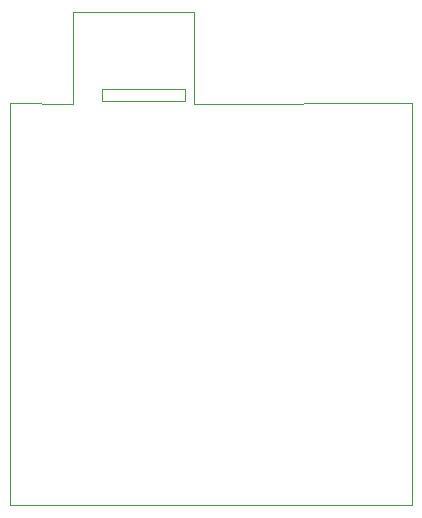
<source format=gbr>
%TF.GenerationSoftware,KiCad,Pcbnew,9.99.0-4037-gdf8ecb877a*%
%TF.CreationDate,2025-11-08T20:25:16-05:00*%
%TF.ProjectId,horizon-mini,686f7269-7a6f-46e2-9d6d-696e692e6b69,rev?*%
%TF.SameCoordinates,Original*%
%TF.FileFunction,Profile,NP*%
%FSLAX46Y46*%
G04 Gerber Fmt 4.6, Leading zero omitted, Abs format (unit mm)*
G04 Created by KiCad (PCBNEW 9.99.0-4037-gdf8ecb877a) date 2025-11-08 20:25:16*
%MOMM*%
%LPD*%
G01*
G04 APERTURE LIST*
%TA.AperFunction,Profile*%
%ADD10C,0.050000*%
%TD*%
G04 APERTURE END LIST*
D10*
X141250000Y-94750000D02*
X151500000Y-94750000D01*
X135984610Y-102471283D02*
X141250000Y-102500000D01*
X151500000Y-94750000D02*
X151500000Y-102500000D01*
X169987500Y-102471283D02*
X169987500Y-136515455D01*
X151500000Y-102500000D02*
X169987500Y-102471283D01*
X141250000Y-102500000D02*
X141250000Y-94750000D01*
X143724967Y-101250000D02*
X150750000Y-101250000D01*
X150750000Y-102250000D01*
X143724967Y-102250000D01*
X143724967Y-101250000D01*
X135984610Y-136515455D02*
X135984610Y-102471283D01*
X169987500Y-136515455D02*
X135984610Y-136515455D01*
M02*

</source>
